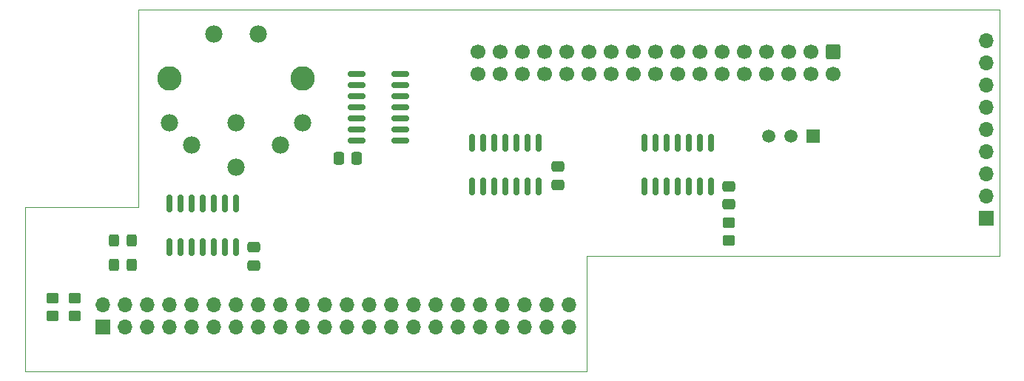
<source format=gbr>
%TF.GenerationSoftware,KiCad,Pcbnew,6.0.2+dfsg-1*%
%TF.CreationDate,2022-09-14T20:22:00+02:00*%
%TF.ProjectId,interface_board,696e7465-7266-4616-9365-5f626f617264,rev?*%
%TF.SameCoordinates,Original*%
%TF.FileFunction,Soldermask,Top*%
%TF.FilePolarity,Negative*%
%FSLAX46Y46*%
G04 Gerber Fmt 4.6, Leading zero omitted, Abs format (unit mm)*
G04 Created by KiCad (PCBNEW 6.0.2+dfsg-1) date 2022-09-14 20:22:00*
%MOMM*%
%LPD*%
G01*
G04 APERTURE LIST*
G04 Aperture macros list*
%AMRoundRect*
0 Rectangle with rounded corners*
0 $1 Rounding radius*
0 $2 $3 $4 $5 $6 $7 $8 $9 X,Y pos of 4 corners*
0 Add a 4 corners polygon primitive as box body*
4,1,4,$2,$3,$4,$5,$6,$7,$8,$9,$2,$3,0*
0 Add four circle primitives for the rounded corners*
1,1,$1+$1,$2,$3*
1,1,$1+$1,$4,$5*
1,1,$1+$1,$6,$7*
1,1,$1+$1,$8,$9*
0 Add four rect primitives between the rounded corners*
20,1,$1+$1,$2,$3,$4,$5,0*
20,1,$1+$1,$4,$5,$6,$7,0*
20,1,$1+$1,$6,$7,$8,$9,0*
20,1,$1+$1,$8,$9,$2,$3,0*%
G04 Aperture macros list end*
%TA.AperFunction,Profile*%
%ADD10C,0.100000*%
%TD*%
%ADD11RoundRect,0.250000X-0.475000X0.337500X-0.475000X-0.337500X0.475000X-0.337500X0.475000X0.337500X0*%
%ADD12RoundRect,0.250000X0.450000X-0.350000X0.450000X0.350000X-0.450000X0.350000X-0.450000X-0.350000X0*%
%ADD13RoundRect,0.150000X0.825000X0.150000X-0.825000X0.150000X-0.825000X-0.150000X0.825000X-0.150000X0*%
%ADD14RoundRect,0.250000X-0.600000X0.600000X-0.600000X-0.600000X0.600000X-0.600000X0.600000X0.600000X0*%
%ADD15C,1.700000*%
%ADD16RoundRect,0.250000X0.337500X0.475000X-0.337500X0.475000X-0.337500X-0.475000X0.337500X-0.475000X0*%
%ADD17RoundRect,0.150000X-0.150000X0.825000X-0.150000X-0.825000X0.150000X-0.825000X0.150000X0.825000X0*%
%ADD18RoundRect,0.250000X0.325000X0.450000X-0.325000X0.450000X-0.325000X-0.450000X0.325000X-0.450000X0*%
%ADD19C,1.981200*%
%ADD20C,2.794000*%
%ADD21R,1.500000X1.500000*%
%ADD22C,1.500000*%
%ADD23R,1.700000X1.700000*%
%ADD24O,1.700000X1.700000*%
G04 APERTURE END LIST*
D10*
X93215000Y-97409000D02*
X106169000Y-97409000D01*
X157477000Y-116205000D02*
X157477000Y-102997000D01*
X195577000Y-102997000D02*
X204721000Y-102997000D01*
X204721000Y-74803000D02*
X204721000Y-102997000D01*
X157477000Y-116205000D02*
X93215000Y-116205000D01*
X106169000Y-97409000D02*
X106169000Y-74803000D01*
X93215000Y-116205000D02*
X93215000Y-97409000D01*
X106169000Y-74803000D02*
X204721000Y-74803000D01*
X195577000Y-102997000D02*
X195577000Y-102997000D01*
X157477000Y-102997000D02*
X195577000Y-102997000D01*
D11*
%TO.C,C2*%
X119377000Y-101981000D03*
X119377000Y-104056000D03*
%TD*%
D12*
%TO.C,R23*%
X98930000Y-109823000D03*
X98930000Y-107823000D03*
%TD*%
D13*
%TO.C,U1*%
X136141000Y-89789000D03*
X136141000Y-88519000D03*
X136141000Y-87249000D03*
X136141000Y-85979000D03*
X136141000Y-84709000D03*
X136141000Y-83439000D03*
X136141000Y-82169000D03*
X131191000Y-82169000D03*
X131191000Y-83439000D03*
X131191000Y-84709000D03*
X131191000Y-85979000D03*
X131191000Y-87249000D03*
X131191000Y-88519000D03*
X131191000Y-89789000D03*
%TD*%
D14*
%TO.C,J4*%
X185671000Y-79629000D03*
D15*
X185671000Y-82169000D03*
X183131000Y-79629000D03*
X183131000Y-82169000D03*
X180591000Y-79629000D03*
X180591000Y-82169000D03*
X178051000Y-79629000D03*
X178051000Y-82169000D03*
X175511000Y-79629000D03*
X175511000Y-82169000D03*
X172971000Y-79629000D03*
X172971000Y-82169000D03*
X170431000Y-79629000D03*
X170431000Y-82169000D03*
X167891000Y-79629000D03*
X167891000Y-82169000D03*
X165351000Y-79629000D03*
X165351000Y-82169000D03*
X162811000Y-79629000D03*
X162811000Y-82169000D03*
X160271000Y-79629000D03*
X160271000Y-82169000D03*
X157731000Y-79629000D03*
X157731000Y-82169000D03*
X155191000Y-79629000D03*
X155191000Y-82169000D03*
X152651000Y-79629000D03*
X152651000Y-82169000D03*
X150111000Y-79629000D03*
X150111000Y-82169000D03*
X147571000Y-79629000D03*
X147571000Y-82169000D03*
X145031000Y-79629000D03*
X145031000Y-82169000D03*
%TD*%
D16*
%TO.C,C1*%
X131191000Y-91821000D03*
X129116000Y-91821000D03*
%TD*%
D11*
%TO.C,C4*%
X173733000Y-94996000D03*
X173733000Y-97071000D03*
%TD*%
D12*
%TO.C,R22*%
X96390000Y-109823000D03*
X96390000Y-107823000D03*
%TD*%
D17*
%TO.C,U2*%
X117345000Y-97013780D03*
X116075000Y-97013780D03*
X114805000Y-97013780D03*
X113535000Y-97013780D03*
X112265000Y-97013780D03*
X110995000Y-97013780D03*
X109725000Y-97013780D03*
X109725000Y-101963780D03*
X110995000Y-101963780D03*
X112265000Y-101963780D03*
X113535000Y-101963780D03*
X114805000Y-101963780D03*
X116075000Y-101963780D03*
X117345000Y-101963780D03*
%TD*%
D12*
%TO.C,R20*%
X173733000Y-101203000D03*
X173733000Y-99203000D03*
%TD*%
D18*
%TO.C,D_ACT1*%
X105425000Y-104013000D03*
X103375000Y-104013000D03*
%TD*%
D11*
%TO.C,C3*%
X154175000Y-92780520D03*
X154175000Y-94855520D03*
%TD*%
D17*
%TO.C,U4*%
X152026480Y-90043000D03*
X150756480Y-90043000D03*
X149486480Y-90043000D03*
X148216480Y-90043000D03*
X146946480Y-90043000D03*
X145676480Y-90043000D03*
X144406480Y-90043000D03*
X144406480Y-94993000D03*
X145676480Y-94993000D03*
X146946480Y-94993000D03*
X148216480Y-94993000D03*
X149486480Y-94993000D03*
X150756480Y-94993000D03*
X152026480Y-94993000D03*
%TD*%
%TO.C,U3*%
X171701000Y-90043000D03*
X170431000Y-90043000D03*
X169161000Y-90043000D03*
X167891000Y-90043000D03*
X166621000Y-90043000D03*
X165351000Y-90043000D03*
X164081000Y-90043000D03*
X164081000Y-94993000D03*
X165351000Y-94993000D03*
X166621000Y-94993000D03*
X167891000Y-94993000D03*
X169161000Y-94993000D03*
X170431000Y-94993000D03*
X171701000Y-94993000D03*
%TD*%
D19*
%TO.C,J3*%
X114805000Y-77597000D03*
X119885000Y-77597000D03*
X117345000Y-92837000D03*
X124965000Y-87757000D03*
X122425000Y-90297000D03*
X117345000Y-87757000D03*
X112265000Y-90297000D03*
X109725000Y-87757000D03*
D20*
X124965000Y-82677000D03*
X109725000Y-82677000D03*
%TD*%
D21*
%TO.C,Q1*%
X183385000Y-89281000D03*
D22*
X180845000Y-89281000D03*
X178305000Y-89281000D03*
%TD*%
D18*
%TO.C,D_PWR1*%
X105425000Y-101219000D03*
X103375000Y-101219000D03*
%TD*%
D23*
%TO.C,J2*%
X203197000Y-98679000D03*
D24*
X203197000Y-96139000D03*
X203197000Y-93599000D03*
X203197000Y-91059000D03*
X203197000Y-88519000D03*
X203197000Y-85979000D03*
X203197000Y-83439000D03*
X203197000Y-80899000D03*
X203197000Y-78359000D03*
%TD*%
D23*
%TO.C,J1*%
X102105000Y-111125000D03*
D24*
X102105000Y-108585000D03*
X104645000Y-111125000D03*
X104645000Y-108585000D03*
X107185000Y-111125000D03*
X107185000Y-108585000D03*
X109725000Y-111125000D03*
X109725000Y-108585000D03*
X112265000Y-111125000D03*
X112265000Y-108585000D03*
X114805000Y-111125000D03*
X114805000Y-108585000D03*
X117345000Y-111125000D03*
X117345000Y-108585000D03*
X119885000Y-111125000D03*
X119885000Y-108585000D03*
X122425000Y-111125000D03*
X122425000Y-108585000D03*
X124965000Y-111125000D03*
X124965000Y-108585000D03*
X127505000Y-111125000D03*
X127505000Y-108585000D03*
X130045000Y-111125000D03*
X130045000Y-108585000D03*
X132585000Y-111125000D03*
X132585000Y-108585000D03*
X135125000Y-111125000D03*
X135125000Y-108585000D03*
X137665000Y-111125000D03*
X137665000Y-108585000D03*
X140205000Y-111125000D03*
X140205000Y-108585000D03*
X142745000Y-111125000D03*
X142745000Y-108585000D03*
X145285000Y-111125000D03*
X145285000Y-108585000D03*
X147825000Y-111125000D03*
X147825000Y-108585000D03*
X150365000Y-111125000D03*
X150365000Y-108585000D03*
X152905000Y-111125000D03*
X152905000Y-108585000D03*
X155445000Y-111125000D03*
X155445000Y-108585000D03*
%TD*%
M02*

</source>
